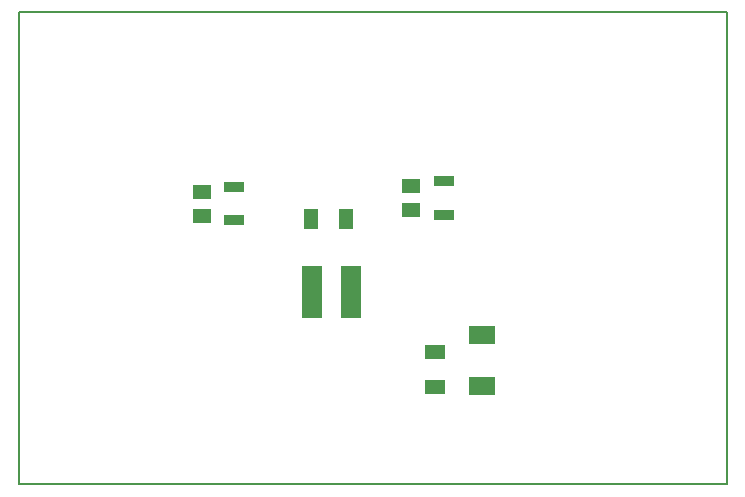
<source format=gtp>
G04 Layer_Color=8421504*
%FSLAX25Y25*%
%MOIN*%
G70*
G01*
G75*
%ADD10R,0.07087X0.04528*%
%ADD11R,0.04528X0.07087*%
%ADD12R,0.06693X0.03740*%
%ADD13R,0.06102X0.05118*%
%ADD14R,0.09055X0.06299*%
%ADD15R,0.06890X0.17716*%
%ADD18C,0.00500*%
D10*
X138779Y44291D02*
D03*
Y32480D02*
D03*
D11*
X109252Y88583D02*
D03*
X97441D02*
D03*
D12*
X71850Y99016D02*
D03*
Y87992D02*
D03*
X141732Y100984D02*
D03*
Y89961D02*
D03*
D13*
X61024Y89567D02*
D03*
Y97441D02*
D03*
X130905Y91535D02*
D03*
Y99410D02*
D03*
D14*
X154528Y49803D02*
D03*
Y32874D02*
D03*
D15*
X110728Y63976D02*
D03*
X97933D02*
D03*
D18*
X0Y157480D02*
X236221D01*
Y0D02*
Y157480D01*
X0Y0D02*
X236221D01*
X0D02*
Y157480D01*
M02*

</source>
